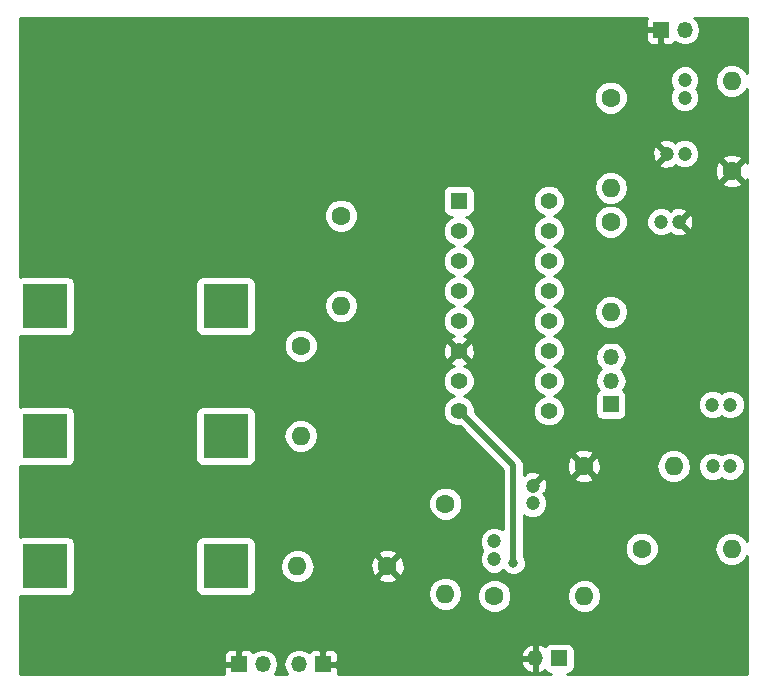
<source format=gbl>
G04 #@! TF.GenerationSoftware,KiCad,Pcbnew,(5.0.2)-1*
G04 #@! TF.CreationDate,2019-03-08T12:48:47+01:00*
G04 #@! TF.ProjectId,ECG_final,4543475f-6669-46e6-916c-2e6b69636164,rev?*
G04 #@! TF.SameCoordinates,Original*
G04 #@! TF.FileFunction,Copper,L2,Bot*
G04 #@! TF.FilePolarity,Positive*
%FSLAX46Y46*%
G04 Gerber Fmt 4.6, Leading zero omitted, Abs format (unit mm)*
G04 Created by KiCad (PCBNEW (5.0.2)-1) date 08/03/2019 12:48:47*
%MOMM*%
%LPD*%
G01*
G04 APERTURE LIST*
G04 #@! TA.AperFunction,ComponentPad*
%ADD10R,1.350000X1.350000*%
G04 #@! TD*
G04 #@! TA.AperFunction,ComponentPad*
%ADD11O,1.350000X1.350000*%
G04 #@! TD*
G04 #@! TA.AperFunction,ComponentPad*
%ADD12C,1.200000*%
G04 #@! TD*
G04 #@! TA.AperFunction,ComponentPad*
%ADD13R,3.810000X3.810000*%
G04 #@! TD*
G04 #@! TA.AperFunction,ComponentPad*
%ADD14O,1.600000X1.600000*%
G04 #@! TD*
G04 #@! TA.AperFunction,ComponentPad*
%ADD15C,1.600000*%
G04 #@! TD*
G04 #@! TA.AperFunction,ComponentPad*
%ADD16R,1.397000X1.397000*%
G04 #@! TD*
G04 #@! TA.AperFunction,ComponentPad*
%ADD17C,1.397000*%
G04 #@! TD*
G04 #@! TA.AperFunction,ViaPad*
%ADD18C,0.800000*%
G04 #@! TD*
G04 #@! TA.AperFunction,Conductor*
%ADD19C,0.500000*%
G04 #@! TD*
G04 #@! TA.AperFunction,Conductor*
%ADD20C,0.254000*%
G04 #@! TD*
G04 APERTURE END LIST*
D10*
G04 #@! TO.P,J7,1*
G04 #@! TO.N,/-IN_B*
X156370000Y-95970000D03*
D11*
G04 #@! TO.P,J7,2*
G04 #@! TO.N,GND*
X154370000Y-95970000D03*
G04 #@! TD*
D12*
G04 #@! TO.P,C1,1*
G04 #@! TO.N,Net-(C1-Pad1)*
X165000000Y-59000000D03*
G04 #@! TO.P,C1,2*
G04 #@! TO.N,GND*
X166500000Y-59000000D03*
G04 #@! TD*
G04 #@! TO.P,C2,1*
G04 #@! TO.N,/OUT_SIMPLE*
X167000000Y-47000000D03*
G04 #@! TO.P,C2,2*
G04 #@! TO.N,Net-(C2-Pad2)*
X167000000Y-48500000D03*
G04 #@! TD*
G04 #@! TO.P,C3,2*
G04 #@! TO.N,GND*
X165500000Y-53250000D03*
G04 #@! TO.P,C3,1*
G04 #@! TO.N,Net-(C2-Pad2)*
X167000000Y-53250000D03*
G04 #@! TD*
G04 #@! TO.P,C4,2*
G04 #@! TO.N,/FILTRO_COMPLEJO*
X169360000Y-74490000D03*
G04 #@! TO.P,C4,1*
G04 #@! TO.N,Net-(C4-Pad1)*
X170860000Y-74490000D03*
G04 #@! TD*
G04 #@! TO.P,C5,1*
G04 #@! TO.N,Net-(C5-Pad1)*
X150880000Y-87550000D03*
G04 #@! TO.P,C5,2*
G04 #@! TO.N,/-IN_B*
X150880000Y-86050000D03*
G04 #@! TD*
G04 #@! TO.P,C6,1*
G04 #@! TO.N,/+IN_A*
X169363089Y-79694660D03*
G04 #@! TO.P,C6,2*
G04 #@! TO.N,Net-(C4-Pad1)*
X170863089Y-79694660D03*
G04 #@! TD*
G04 #@! TO.P,C7,2*
G04 #@! TO.N,GND*
X154130000Y-81330000D03*
G04 #@! TO.P,C7,1*
G04 #@! TO.N,/+IN_B*
X154130000Y-82830000D03*
G04 #@! TD*
D13*
G04 #@! TO.P,J1,1*
G04 #@! TO.N,/L1*
X112840000Y-77160000D03*
G04 #@! TO.P,J1,2*
X128130800Y-77160000D03*
G04 #@! TD*
G04 #@! TO.P,J4,2*
G04 #@! TO.N,/L2*
X128130800Y-66160000D03*
G04 #@! TO.P,J4,1*
X112840000Y-66160000D03*
G04 #@! TD*
G04 #@! TO.P,J5,1*
G04 #@! TO.N,/L3*
X112840000Y-88160000D03*
G04 #@! TO.P,J5,2*
X128130800Y-88160000D03*
G04 #@! TD*
D14*
G04 #@! TO.P,R1,2*
G04 #@! TO.N,/L3*
X134220000Y-88160000D03*
D15*
G04 #@! TO.P,R1,1*
G04 #@! TO.N,GND*
X141840000Y-88160000D03*
G04 #@! TD*
D14*
G04 #@! TO.P,R2,2*
G04 #@! TO.N,/L1*
X134500000Y-77120000D03*
D15*
G04 #@! TO.P,R2,1*
G04 #@! TO.N,Net-(R2-Pad1)*
X134500000Y-69500000D03*
G04 #@! TD*
G04 #@! TO.P,R3,1*
G04 #@! TO.N,Net-(R3-Pad1)*
X137900000Y-58500000D03*
D14*
G04 #@! TO.P,R3,2*
G04 #@! TO.N,/L2*
X137900000Y-66120000D03*
G04 #@! TD*
D15*
G04 #@! TO.P,R4,1*
G04 #@! TO.N,Net-(C1-Pad1)*
X160750000Y-59000000D03*
D14*
G04 #@! TO.P,R4,2*
G04 #@! TO.N,/filtro_simple*
X160750000Y-66620000D03*
G04 #@! TD*
G04 #@! TO.P,R5,2*
G04 #@! TO.N,Net-(C1-Pad1)*
X160750000Y-56120000D03*
D15*
G04 #@! TO.P,R5,1*
G04 #@! TO.N,Net-(C2-Pad2)*
X160750000Y-48500000D03*
G04 #@! TD*
G04 #@! TO.P,R6,1*
G04 #@! TO.N,GND*
X171000000Y-54700000D03*
D14*
G04 #@! TO.P,R6,2*
G04 #@! TO.N,/OUT_SIMPLE*
X171000000Y-47080000D03*
G04 #@! TD*
D15*
G04 #@! TO.P,R7,1*
G04 #@! TO.N,Net-(C5-Pad1)*
X150880000Y-90680000D03*
D14*
G04 #@! TO.P,R7,2*
G04 #@! TO.N,/-IN_A*
X158500000Y-90680000D03*
G04 #@! TD*
G04 #@! TO.P,R8,2*
G04 #@! TO.N,Net-(C5-Pad1)*
X146730000Y-90490000D03*
D15*
G04 #@! TO.P,R8,1*
G04 #@! TO.N,/+IN_B*
X146730000Y-82870000D03*
G04 #@! TD*
G04 #@! TO.P,R9,1*
G04 #@! TO.N,/-IN_A*
X163363089Y-86694660D03*
D14*
G04 #@! TO.P,R9,2*
G04 #@! TO.N,Net-(C4-Pad1)*
X170983089Y-86694660D03*
G04 #@! TD*
G04 #@! TO.P,R10,2*
G04 #@! TO.N,/+IN_A*
X166070000Y-79700000D03*
D15*
G04 #@! TO.P,R10,1*
G04 #@! TO.N,GND*
X158450000Y-79700000D03*
G04 #@! TD*
D16*
G04 #@! TO.P,U1,1*
G04 #@! TO.N,Net-(R3-Pad1)*
X147880000Y-57220000D03*
D17*
G04 #@! TO.P,U1,2*
G04 #@! TO.N,Net-(R2-Pad1)*
X147880000Y-59760000D03*
G04 #@! TO.P,U1,3*
G04 #@! TO.N,Net-(U1-Pad11)*
X147880000Y-62300000D03*
G04 #@! TO.P,U1,4*
G04 #@! TO.N,Net-(U1-Pad4)*
X147880000Y-64840000D03*
G04 #@! TO.P,U1,5*
G04 #@! TO.N,Net-(U1-Pad5)*
X147880000Y-67380000D03*
G04 #@! TO.P,U1,6*
G04 #@! TO.N,GND*
X147880000Y-69920000D03*
G04 #@! TO.P,U1,7*
G04 #@! TO.N,/-9V*
X147880000Y-72460000D03*
G04 #@! TO.P,U1,8*
G04 #@! TO.N,/+9V*
X147880000Y-75000000D03*
G04 #@! TO.P,U1,9*
G04 #@! TO.N,Net-(JP1-Pad2)*
X155500000Y-75000000D03*
G04 #@! TO.P,U1,10*
X155500000Y-72460000D03*
G04 #@! TO.P,U1,11*
G04 #@! TO.N,Net-(U1-Pad11)*
X155500000Y-69920000D03*
G04 #@! TO.P,U1,12*
G04 #@! TO.N,Net-(U1-Pad12)*
X155500000Y-67380000D03*
G04 #@! TO.P,U1,13*
G04 #@! TO.N,Net-(U1-Pad11)*
X155500000Y-64840000D03*
G04 #@! TO.P,U1,14*
G04 #@! TO.N,Net-(U1-Pad14)*
X155500000Y-62300000D03*
G04 #@! TO.P,U1,15*
G04 #@! TO.N,Net-(U1-Pad15)*
X155500000Y-59760000D03*
G04 #@! TO.P,U1,16*
G04 #@! TO.N,Net-(U1-Pad12)*
X155500000Y-57220000D03*
G04 #@! TD*
D11*
G04 #@! TO.P,J2,2*
G04 #@! TO.N,/+9V*
X134370000Y-96465000D03*
D10*
G04 #@! TO.P,J2,1*
G04 #@! TO.N,GND*
X136370000Y-96465000D03*
G04 #@! TD*
D11*
G04 #@! TO.P,J3,2*
G04 #@! TO.N,/OUT_SIMPLE*
X167000000Y-42750000D03*
D10*
G04 #@! TO.P,J3,1*
G04 #@! TO.N,GND*
X165000000Y-42750000D03*
G04 #@! TD*
G04 #@! TO.P,J6,1*
G04 #@! TO.N,GND*
X129270000Y-96465000D03*
D11*
G04 #@! TO.P,J6,2*
G04 #@! TO.N,/-9V*
X131270000Y-96465000D03*
G04 #@! TD*
D10*
G04 #@! TO.P,JP1,1*
G04 #@! TO.N,/FILTRO_COMPLEJO*
X160750000Y-74450000D03*
D11*
G04 #@! TO.P,JP1,2*
G04 #@! TO.N,Net-(JP1-Pad2)*
X160750000Y-72450000D03*
G04 #@! TO.P,JP1,3*
G04 #@! TO.N,/filtro_simple*
X160750000Y-70450000D03*
G04 #@! TD*
D18*
G04 #@! TO.N,/+9V*
X152500000Y-87900000D03*
G04 #@! TD*
D19*
G04 #@! TO.N,/+9V*
X152500000Y-79620000D02*
X147880000Y-75000000D01*
X152500000Y-87900000D02*
X152500000Y-79620000D01*
G04 #@! TD*
D20*
G04 #@! TO.N,GND*
G36*
X163786673Y-41715302D02*
X163690000Y-41948691D01*
X163690000Y-42464250D01*
X163848750Y-42623000D01*
X164873000Y-42623000D01*
X164873000Y-42603000D01*
X165127000Y-42603000D01*
X165127000Y-42623000D01*
X165147000Y-42623000D01*
X165147000Y-42877000D01*
X165127000Y-42877000D01*
X165127000Y-43901250D01*
X165285750Y-44060000D01*
X165801310Y-44060000D01*
X166034699Y-43963327D01*
X166204223Y-43793802D01*
X166488864Y-43983993D01*
X166870978Y-44060000D01*
X167129022Y-44060000D01*
X167511136Y-43983993D01*
X167944457Y-43694457D01*
X168233993Y-43261136D01*
X168335664Y-42750000D01*
X168233993Y-42238864D01*
X167944457Y-41805543D01*
X167801467Y-41710000D01*
X172290001Y-41710000D01*
X172290001Y-46427692D01*
X172034577Y-46045423D01*
X171559909Y-45728260D01*
X171141333Y-45645000D01*
X170858667Y-45645000D01*
X170440091Y-45728260D01*
X169965423Y-46045423D01*
X169648260Y-46520091D01*
X169536887Y-47080000D01*
X169648260Y-47639909D01*
X169965423Y-48114577D01*
X170440091Y-48431740D01*
X170858667Y-48515000D01*
X171141333Y-48515000D01*
X171559909Y-48431740D01*
X172034577Y-48114577D01*
X172290001Y-47732308D01*
X172290001Y-54033237D01*
X172253864Y-53945995D01*
X172007745Y-53871861D01*
X171179605Y-54700000D01*
X172007745Y-55528139D01*
X172253864Y-55454005D01*
X172290001Y-55353469D01*
X172290000Y-86067660D01*
X172017666Y-85660083D01*
X171542998Y-85342920D01*
X171124422Y-85259660D01*
X170841756Y-85259660D01*
X170423180Y-85342920D01*
X169948512Y-85660083D01*
X169631349Y-86134751D01*
X169519976Y-86694660D01*
X169631349Y-87254569D01*
X169948512Y-87729237D01*
X170423180Y-88046400D01*
X170841756Y-88129660D01*
X171124422Y-88129660D01*
X171542998Y-88046400D01*
X172017666Y-87729237D01*
X172290000Y-87321660D01*
X172290000Y-97290000D01*
X157057267Y-97290000D01*
X157292765Y-97243157D01*
X157502809Y-97102809D01*
X157643157Y-96892765D01*
X157692440Y-96645000D01*
X157692440Y-95295000D01*
X157643157Y-95047235D01*
X157502809Y-94837191D01*
X157292765Y-94696843D01*
X157045000Y-94647560D01*
X155695000Y-94647560D01*
X155447235Y-94696843D01*
X155237191Y-94837191D01*
X155159856Y-94952930D01*
X155033633Y-94840522D01*
X154699400Y-94702090D01*
X154497000Y-94825776D01*
X154497000Y-95843000D01*
X154517000Y-95843000D01*
X154517000Y-96097000D01*
X154497000Y-96097000D01*
X154497000Y-97114224D01*
X154699400Y-97237910D01*
X155033633Y-97099478D01*
X155159856Y-96987070D01*
X155237191Y-97102809D01*
X155447235Y-97243157D01*
X155682733Y-97290000D01*
X137670187Y-97290000D01*
X137680000Y-97266309D01*
X137680000Y-96750750D01*
X137521250Y-96592000D01*
X136497000Y-96592000D01*
X136497000Y-96612000D01*
X136243000Y-96612000D01*
X136243000Y-96592000D01*
X136223000Y-96592000D01*
X136223000Y-96338000D01*
X136243000Y-96338000D01*
X136243000Y-95313750D01*
X136497000Y-95313750D01*
X136497000Y-96338000D01*
X137521250Y-96338000D01*
X137559848Y-96299402D01*
X153102080Y-96299402D01*
X153324651Y-96759540D01*
X153706367Y-97099478D01*
X154040600Y-97237910D01*
X154243000Y-97114224D01*
X154243000Y-96097000D01*
X153224910Y-96097000D01*
X153102080Y-96299402D01*
X137559848Y-96299402D01*
X137680000Y-96179250D01*
X137680000Y-95663691D01*
X137670435Y-95640598D01*
X153102080Y-95640598D01*
X153224910Y-95843000D01*
X154243000Y-95843000D01*
X154243000Y-94825776D01*
X154040600Y-94702090D01*
X153706367Y-94840522D01*
X153324651Y-95180460D01*
X153102080Y-95640598D01*
X137670435Y-95640598D01*
X137583327Y-95430302D01*
X137404699Y-95251673D01*
X137171310Y-95155000D01*
X136655750Y-95155000D01*
X136497000Y-95313750D01*
X136243000Y-95313750D01*
X136084250Y-95155000D01*
X135568690Y-95155000D01*
X135335301Y-95251673D01*
X135165777Y-95421198D01*
X134881136Y-95231007D01*
X134499022Y-95155000D01*
X134240978Y-95155000D01*
X133858864Y-95231007D01*
X133425543Y-95520543D01*
X133136007Y-95953864D01*
X133034336Y-96465000D01*
X133136007Y-96976136D01*
X133345724Y-97290000D01*
X132294276Y-97290000D01*
X132503993Y-96976136D01*
X132605664Y-96465000D01*
X132503993Y-95953864D01*
X132214457Y-95520543D01*
X131781136Y-95231007D01*
X131399022Y-95155000D01*
X131140978Y-95155000D01*
X130758864Y-95231007D01*
X130474223Y-95421198D01*
X130304699Y-95251673D01*
X130071310Y-95155000D01*
X129555750Y-95155000D01*
X129397000Y-95313750D01*
X129397000Y-96338000D01*
X129417000Y-96338000D01*
X129417000Y-96592000D01*
X129397000Y-96592000D01*
X129397000Y-96612000D01*
X129143000Y-96612000D01*
X129143000Y-96592000D01*
X128118750Y-96592000D01*
X127960000Y-96750750D01*
X127960000Y-97266309D01*
X127969813Y-97290000D01*
X110710000Y-97290000D01*
X110710000Y-95663691D01*
X127960000Y-95663691D01*
X127960000Y-96179250D01*
X128118750Y-96338000D01*
X129143000Y-96338000D01*
X129143000Y-95313750D01*
X128984250Y-95155000D01*
X128468690Y-95155000D01*
X128235301Y-95251673D01*
X128056673Y-95430302D01*
X127960000Y-95663691D01*
X110710000Y-95663691D01*
X110710000Y-90667685D01*
X110935000Y-90712440D01*
X114745000Y-90712440D01*
X114992765Y-90663157D01*
X115202809Y-90522809D01*
X115343157Y-90312765D01*
X115392440Y-90065000D01*
X115392440Y-86255000D01*
X125578360Y-86255000D01*
X125578360Y-90065000D01*
X125627643Y-90312765D01*
X125767991Y-90522809D01*
X125978035Y-90663157D01*
X126225800Y-90712440D01*
X130035800Y-90712440D01*
X130283565Y-90663157D01*
X130493609Y-90522809D01*
X130515531Y-90490000D01*
X145266887Y-90490000D01*
X145378260Y-91049909D01*
X145695423Y-91524577D01*
X146170091Y-91841740D01*
X146588667Y-91925000D01*
X146871333Y-91925000D01*
X147289909Y-91841740D01*
X147764577Y-91524577D01*
X148081740Y-91049909D01*
X148193113Y-90490000D01*
X148174129Y-90394561D01*
X149445000Y-90394561D01*
X149445000Y-90965439D01*
X149663466Y-91492862D01*
X150067138Y-91896534D01*
X150594561Y-92115000D01*
X151165439Y-92115000D01*
X151692862Y-91896534D01*
X152096534Y-91492862D01*
X152315000Y-90965439D01*
X152315000Y-90680000D01*
X157036887Y-90680000D01*
X157148260Y-91239909D01*
X157465423Y-91714577D01*
X157940091Y-92031740D01*
X158358667Y-92115000D01*
X158641333Y-92115000D01*
X159059909Y-92031740D01*
X159534577Y-91714577D01*
X159851740Y-91239909D01*
X159963113Y-90680000D01*
X159851740Y-90120091D01*
X159534577Y-89645423D01*
X159059909Y-89328260D01*
X158641333Y-89245000D01*
X158358667Y-89245000D01*
X157940091Y-89328260D01*
X157465423Y-89645423D01*
X157148260Y-90120091D01*
X157036887Y-90680000D01*
X152315000Y-90680000D01*
X152315000Y-90394561D01*
X152096534Y-89867138D01*
X151692862Y-89463466D01*
X151165439Y-89245000D01*
X150594561Y-89245000D01*
X150067138Y-89463466D01*
X149663466Y-89867138D01*
X149445000Y-90394561D01*
X148174129Y-90394561D01*
X148081740Y-89930091D01*
X147764577Y-89455423D01*
X147289909Y-89138260D01*
X146871333Y-89055000D01*
X146588667Y-89055000D01*
X146170091Y-89138260D01*
X145695423Y-89455423D01*
X145378260Y-89930091D01*
X145266887Y-90490000D01*
X130515531Y-90490000D01*
X130633957Y-90312765D01*
X130683240Y-90065000D01*
X130683240Y-88160000D01*
X132756887Y-88160000D01*
X132868260Y-88719909D01*
X133185423Y-89194577D01*
X133660091Y-89511740D01*
X134078667Y-89595000D01*
X134361333Y-89595000D01*
X134779909Y-89511740D01*
X135254577Y-89194577D01*
X135272505Y-89167745D01*
X141011861Y-89167745D01*
X141085995Y-89413864D01*
X141623223Y-89606965D01*
X142193454Y-89579778D01*
X142594005Y-89413864D01*
X142668139Y-89167745D01*
X141840000Y-88339605D01*
X141011861Y-89167745D01*
X135272505Y-89167745D01*
X135571740Y-88719909D01*
X135683113Y-88160000D01*
X135639994Y-87943223D01*
X140393035Y-87943223D01*
X140420222Y-88513454D01*
X140586136Y-88914005D01*
X140832255Y-88988139D01*
X141660395Y-88160000D01*
X142019605Y-88160000D01*
X142847745Y-88988139D01*
X143093864Y-88914005D01*
X143286965Y-88376777D01*
X143259778Y-87806546D01*
X143093864Y-87405995D01*
X142847745Y-87331861D01*
X142019605Y-88160000D01*
X141660395Y-88160000D01*
X140832255Y-87331861D01*
X140586136Y-87405995D01*
X140393035Y-87943223D01*
X135639994Y-87943223D01*
X135571740Y-87600091D01*
X135272506Y-87152255D01*
X141011861Y-87152255D01*
X141840000Y-87980395D01*
X142668139Y-87152255D01*
X142594005Y-86906136D01*
X142056777Y-86713035D01*
X141486546Y-86740222D01*
X141085995Y-86906136D01*
X141011861Y-87152255D01*
X135272506Y-87152255D01*
X135254577Y-87125423D01*
X134779909Y-86808260D01*
X134361333Y-86725000D01*
X134078667Y-86725000D01*
X133660091Y-86808260D01*
X133185423Y-87125423D01*
X132868260Y-87600091D01*
X132756887Y-88160000D01*
X130683240Y-88160000D01*
X130683240Y-86255000D01*
X130633957Y-86007235D01*
X130493609Y-85797191D01*
X130283565Y-85656843D01*
X130035800Y-85607560D01*
X126225800Y-85607560D01*
X125978035Y-85656843D01*
X125767991Y-85797191D01*
X125627643Y-86007235D01*
X125578360Y-86255000D01*
X115392440Y-86255000D01*
X115343157Y-86007235D01*
X115202809Y-85797191D01*
X114992765Y-85656843D01*
X114745000Y-85607560D01*
X110935000Y-85607560D01*
X110710000Y-85652315D01*
X110710000Y-82584561D01*
X145295000Y-82584561D01*
X145295000Y-83155439D01*
X145513466Y-83682862D01*
X145917138Y-84086534D01*
X146444561Y-84305000D01*
X147015439Y-84305000D01*
X147542862Y-84086534D01*
X147946534Y-83682862D01*
X148165000Y-83155439D01*
X148165000Y-82584561D01*
X147946534Y-82057138D01*
X147542862Y-81653466D01*
X147015439Y-81435000D01*
X146444561Y-81435000D01*
X145917138Y-81653466D01*
X145513466Y-82057138D01*
X145295000Y-82584561D01*
X110710000Y-82584561D01*
X110710000Y-79667685D01*
X110935000Y-79712440D01*
X114745000Y-79712440D01*
X114992765Y-79663157D01*
X115202809Y-79522809D01*
X115343157Y-79312765D01*
X115392440Y-79065000D01*
X115392440Y-75255000D01*
X125578360Y-75255000D01*
X125578360Y-79065000D01*
X125627643Y-79312765D01*
X125767991Y-79522809D01*
X125978035Y-79663157D01*
X126225800Y-79712440D01*
X130035800Y-79712440D01*
X130283565Y-79663157D01*
X130493609Y-79522809D01*
X130633957Y-79312765D01*
X130683240Y-79065000D01*
X130683240Y-77120000D01*
X133036887Y-77120000D01*
X133148260Y-77679909D01*
X133465423Y-78154577D01*
X133940091Y-78471740D01*
X134358667Y-78555000D01*
X134641333Y-78555000D01*
X135059909Y-78471740D01*
X135534577Y-78154577D01*
X135851740Y-77679909D01*
X135963113Y-77120000D01*
X135851740Y-76560091D01*
X135534577Y-76085423D01*
X135059909Y-75768260D01*
X134641333Y-75685000D01*
X134358667Y-75685000D01*
X133940091Y-75768260D01*
X133465423Y-76085423D01*
X133148260Y-76560091D01*
X133036887Y-77120000D01*
X130683240Y-77120000D01*
X130683240Y-75255000D01*
X130633957Y-75007235D01*
X130493609Y-74797191D01*
X130283565Y-74656843D01*
X130035800Y-74607560D01*
X126225800Y-74607560D01*
X125978035Y-74656843D01*
X125767991Y-74797191D01*
X125627643Y-75007235D01*
X125578360Y-75255000D01*
X115392440Y-75255000D01*
X115343157Y-75007235D01*
X115202809Y-74797191D01*
X114992765Y-74656843D01*
X114745000Y-74607560D01*
X110935000Y-74607560D01*
X110710000Y-74652315D01*
X110710000Y-72194750D01*
X146546500Y-72194750D01*
X146546500Y-72725250D01*
X146749513Y-73215367D01*
X147124633Y-73590487D01*
X147461447Y-73730000D01*
X147124633Y-73869513D01*
X146749513Y-74244633D01*
X146546500Y-74734750D01*
X146546500Y-75265250D01*
X146749513Y-75755367D01*
X147124633Y-76130487D01*
X147614750Y-76333500D01*
X147961922Y-76333500D01*
X151615001Y-79986580D01*
X151615000Y-85038447D01*
X151579571Y-85003018D01*
X151125657Y-84815000D01*
X150634343Y-84815000D01*
X150180429Y-85003018D01*
X149833018Y-85350429D01*
X149645000Y-85804343D01*
X149645000Y-86295657D01*
X149833018Y-86749571D01*
X149883447Y-86800000D01*
X149833018Y-86850429D01*
X149645000Y-87304343D01*
X149645000Y-87795657D01*
X149833018Y-88249571D01*
X150180429Y-88596982D01*
X150634343Y-88785000D01*
X151125657Y-88785000D01*
X151579571Y-88596982D01*
X151656421Y-88520132D01*
X151913720Y-88777431D01*
X152294126Y-88935000D01*
X152705874Y-88935000D01*
X153086280Y-88777431D01*
X153377431Y-88486280D01*
X153535000Y-88105874D01*
X153535000Y-87694126D01*
X153385000Y-87331993D01*
X153385000Y-86409221D01*
X161928089Y-86409221D01*
X161928089Y-86980099D01*
X162146555Y-87507522D01*
X162550227Y-87911194D01*
X163077650Y-88129660D01*
X163648528Y-88129660D01*
X164175951Y-87911194D01*
X164579623Y-87507522D01*
X164798089Y-86980099D01*
X164798089Y-86409221D01*
X164579623Y-85881798D01*
X164175951Y-85478126D01*
X163648528Y-85259660D01*
X163077650Y-85259660D01*
X162550227Y-85478126D01*
X162146555Y-85881798D01*
X161928089Y-86409221D01*
X153385000Y-86409221D01*
X153385000Y-83831553D01*
X153430429Y-83876982D01*
X153884343Y-84065000D01*
X154375657Y-84065000D01*
X154829571Y-83876982D01*
X155176982Y-83529571D01*
X155365000Y-83075657D01*
X155365000Y-82584343D01*
X155176982Y-82130429D01*
X155047627Y-82001074D01*
X155218164Y-81963617D01*
X155377807Y-81498964D01*
X155347482Y-81008587D01*
X155222871Y-80707745D01*
X157621861Y-80707745D01*
X157695995Y-80953864D01*
X158233223Y-81146965D01*
X158803454Y-81119778D01*
X159204005Y-80953864D01*
X159278139Y-80707745D01*
X158450000Y-79879605D01*
X157621861Y-80707745D01*
X155222871Y-80707745D01*
X155218164Y-80696383D01*
X154992735Y-80646870D01*
X154309605Y-81330000D01*
X154323748Y-81344143D01*
X154144143Y-81523748D01*
X154130000Y-81509605D01*
X154115858Y-81523748D01*
X153936253Y-81344143D01*
X153950395Y-81330000D01*
X153936253Y-81315858D01*
X154115858Y-81136253D01*
X154130000Y-81150395D01*
X154813130Y-80467265D01*
X154763617Y-80241836D01*
X154298964Y-80082193D01*
X153808587Y-80112518D01*
X153496383Y-80241836D01*
X153446871Y-80467263D01*
X153385000Y-80405392D01*
X153385000Y-79707161D01*
X153402337Y-79620000D01*
X153385000Y-79532839D01*
X153385000Y-79532835D01*
X153375132Y-79483223D01*
X157003035Y-79483223D01*
X157030222Y-80053454D01*
X157196136Y-80454005D01*
X157442255Y-80528139D01*
X158270395Y-79700000D01*
X158629605Y-79700000D01*
X159457745Y-80528139D01*
X159703864Y-80454005D01*
X159896965Y-79916777D01*
X159886630Y-79700000D01*
X164606887Y-79700000D01*
X164718260Y-80259909D01*
X165035423Y-80734577D01*
X165510091Y-81051740D01*
X165928667Y-81135000D01*
X166211333Y-81135000D01*
X166629909Y-81051740D01*
X167104577Y-80734577D01*
X167421740Y-80259909D01*
X167533113Y-79700000D01*
X167483187Y-79449003D01*
X168128089Y-79449003D01*
X168128089Y-79940317D01*
X168316107Y-80394231D01*
X168663518Y-80741642D01*
X169117432Y-80929660D01*
X169608746Y-80929660D01*
X170062660Y-80741642D01*
X170113089Y-80691213D01*
X170163518Y-80741642D01*
X170617432Y-80929660D01*
X171108746Y-80929660D01*
X171562660Y-80741642D01*
X171910071Y-80394231D01*
X172098089Y-79940317D01*
X172098089Y-79449003D01*
X171910071Y-78995089D01*
X171562660Y-78647678D01*
X171108746Y-78459660D01*
X170617432Y-78459660D01*
X170163518Y-78647678D01*
X170113089Y-78698107D01*
X170062660Y-78647678D01*
X169608746Y-78459660D01*
X169117432Y-78459660D01*
X168663518Y-78647678D01*
X168316107Y-78995089D01*
X168128089Y-79449003D01*
X167483187Y-79449003D01*
X167421740Y-79140091D01*
X167104577Y-78665423D01*
X166629909Y-78348260D01*
X166211333Y-78265000D01*
X165928667Y-78265000D01*
X165510091Y-78348260D01*
X165035423Y-78665423D01*
X164718260Y-79140091D01*
X164606887Y-79700000D01*
X159886630Y-79700000D01*
X159869778Y-79346546D01*
X159703864Y-78945995D01*
X159457745Y-78871861D01*
X158629605Y-79700000D01*
X158270395Y-79700000D01*
X157442255Y-78871861D01*
X157196136Y-78945995D01*
X157003035Y-79483223D01*
X153375132Y-79483223D01*
X153333652Y-79274690D01*
X153187424Y-79055845D01*
X153187423Y-79055844D01*
X153138049Y-78981951D01*
X153064156Y-78932577D01*
X152823834Y-78692255D01*
X157621861Y-78692255D01*
X158450000Y-79520395D01*
X159278139Y-78692255D01*
X159204005Y-78446136D01*
X158666777Y-78253035D01*
X158096546Y-78280222D01*
X157695995Y-78446136D01*
X157621861Y-78692255D01*
X152823834Y-78692255D01*
X149213500Y-75081922D01*
X149213500Y-74734750D01*
X149010487Y-74244633D01*
X148635367Y-73869513D01*
X148298553Y-73730000D01*
X148635367Y-73590487D01*
X149010487Y-73215367D01*
X149213500Y-72725250D01*
X149213500Y-72194750D01*
X149010487Y-71704633D01*
X148635367Y-71329513D01*
X148314789Y-71196725D01*
X148572929Y-71089800D01*
X148634583Y-70854188D01*
X147880000Y-70099605D01*
X147125417Y-70854188D01*
X147187071Y-71089800D01*
X147466184Y-71188038D01*
X147124633Y-71329513D01*
X146749513Y-71704633D01*
X146546500Y-72194750D01*
X110710000Y-72194750D01*
X110710000Y-69214561D01*
X133065000Y-69214561D01*
X133065000Y-69785439D01*
X133283466Y-70312862D01*
X133687138Y-70716534D01*
X134214561Y-70935000D01*
X134785439Y-70935000D01*
X135312862Y-70716534D01*
X135716534Y-70312862D01*
X135935000Y-69785439D01*
X135935000Y-69727480D01*
X146534073Y-69727480D01*
X146562852Y-70257199D01*
X146710200Y-70612929D01*
X146945812Y-70674583D01*
X147700395Y-69920000D01*
X148059605Y-69920000D01*
X148814188Y-70674583D01*
X149049800Y-70612929D01*
X149225927Y-70112520D01*
X149197148Y-69582801D01*
X149049800Y-69227071D01*
X148814188Y-69165417D01*
X148059605Y-69920000D01*
X147700395Y-69920000D01*
X146945812Y-69165417D01*
X146710200Y-69227071D01*
X146534073Y-69727480D01*
X135935000Y-69727480D01*
X135935000Y-69214561D01*
X135716534Y-68687138D01*
X135312862Y-68283466D01*
X134785439Y-68065000D01*
X134214561Y-68065000D01*
X133687138Y-68283466D01*
X133283466Y-68687138D01*
X133065000Y-69214561D01*
X110710000Y-69214561D01*
X110710000Y-68667685D01*
X110935000Y-68712440D01*
X114745000Y-68712440D01*
X114992765Y-68663157D01*
X115202809Y-68522809D01*
X115343157Y-68312765D01*
X115392440Y-68065000D01*
X115392440Y-64255000D01*
X125578360Y-64255000D01*
X125578360Y-68065000D01*
X125627643Y-68312765D01*
X125767991Y-68522809D01*
X125978035Y-68663157D01*
X126225800Y-68712440D01*
X130035800Y-68712440D01*
X130283565Y-68663157D01*
X130493609Y-68522809D01*
X130633957Y-68312765D01*
X130683240Y-68065000D01*
X130683240Y-66120000D01*
X136436887Y-66120000D01*
X136548260Y-66679909D01*
X136865423Y-67154577D01*
X137340091Y-67471740D01*
X137758667Y-67555000D01*
X138041333Y-67555000D01*
X138459909Y-67471740D01*
X138934577Y-67154577D01*
X139251740Y-66679909D01*
X139363113Y-66120000D01*
X139251740Y-65560091D01*
X138934577Y-65085423D01*
X138459909Y-64768260D01*
X138041333Y-64685000D01*
X137758667Y-64685000D01*
X137340091Y-64768260D01*
X136865423Y-65085423D01*
X136548260Y-65560091D01*
X136436887Y-66120000D01*
X130683240Y-66120000D01*
X130683240Y-64255000D01*
X130633957Y-64007235D01*
X130493609Y-63797191D01*
X130283565Y-63656843D01*
X130035800Y-63607560D01*
X126225800Y-63607560D01*
X125978035Y-63656843D01*
X125767991Y-63797191D01*
X125627643Y-64007235D01*
X125578360Y-64255000D01*
X115392440Y-64255000D01*
X115343157Y-64007235D01*
X115202809Y-63797191D01*
X114992765Y-63656843D01*
X114745000Y-63607560D01*
X110935000Y-63607560D01*
X110710000Y-63652315D01*
X110710000Y-58214561D01*
X136465000Y-58214561D01*
X136465000Y-58785439D01*
X136683466Y-59312862D01*
X137087138Y-59716534D01*
X137614561Y-59935000D01*
X138185439Y-59935000D01*
X138712862Y-59716534D01*
X139116534Y-59312862D01*
X139335000Y-58785439D01*
X139335000Y-58214561D01*
X139116534Y-57687138D01*
X138712862Y-57283466D01*
X138185439Y-57065000D01*
X137614561Y-57065000D01*
X137087138Y-57283466D01*
X136683466Y-57687138D01*
X136465000Y-58214561D01*
X110710000Y-58214561D01*
X110710000Y-56521500D01*
X146534060Y-56521500D01*
X146534060Y-57918500D01*
X146583343Y-58166265D01*
X146723691Y-58376309D01*
X146933735Y-58516657D01*
X147181500Y-58565940D01*
X147278112Y-58565940D01*
X147124633Y-58629513D01*
X146749513Y-59004633D01*
X146546500Y-59494750D01*
X146546500Y-60025250D01*
X146749513Y-60515367D01*
X147124633Y-60890487D01*
X147461447Y-61030000D01*
X147124633Y-61169513D01*
X146749513Y-61544633D01*
X146546500Y-62034750D01*
X146546500Y-62565250D01*
X146749513Y-63055367D01*
X147124633Y-63430487D01*
X147461447Y-63570000D01*
X147124633Y-63709513D01*
X146749513Y-64084633D01*
X146546500Y-64574750D01*
X146546500Y-65105250D01*
X146749513Y-65595367D01*
X147124633Y-65970487D01*
X147461447Y-66110000D01*
X147124633Y-66249513D01*
X146749513Y-66624633D01*
X146546500Y-67114750D01*
X146546500Y-67645250D01*
X146749513Y-68135367D01*
X147124633Y-68510487D01*
X147445211Y-68643275D01*
X147187071Y-68750200D01*
X147125417Y-68985812D01*
X147880000Y-69740395D01*
X148634583Y-68985812D01*
X148572929Y-68750200D01*
X148293816Y-68651962D01*
X148635367Y-68510487D01*
X149010487Y-68135367D01*
X149213500Y-67645250D01*
X149213500Y-67114750D01*
X149010487Y-66624633D01*
X148635367Y-66249513D01*
X148298553Y-66110000D01*
X148635367Y-65970487D01*
X149010487Y-65595367D01*
X149213500Y-65105250D01*
X149213500Y-64574750D01*
X149010487Y-64084633D01*
X148635367Y-63709513D01*
X148298553Y-63570000D01*
X148635367Y-63430487D01*
X149010487Y-63055367D01*
X149213500Y-62565250D01*
X149213500Y-62034750D01*
X149010487Y-61544633D01*
X148635367Y-61169513D01*
X148298553Y-61030000D01*
X148635367Y-60890487D01*
X149010487Y-60515367D01*
X149213500Y-60025250D01*
X149213500Y-59494750D01*
X149010487Y-59004633D01*
X148635367Y-58629513D01*
X148481888Y-58565940D01*
X148578500Y-58565940D01*
X148826265Y-58516657D01*
X149036309Y-58376309D01*
X149176657Y-58166265D01*
X149225940Y-57918500D01*
X149225940Y-56954750D01*
X154166500Y-56954750D01*
X154166500Y-57485250D01*
X154369513Y-57975367D01*
X154744633Y-58350487D01*
X155081447Y-58490000D01*
X154744633Y-58629513D01*
X154369513Y-59004633D01*
X154166500Y-59494750D01*
X154166500Y-60025250D01*
X154369513Y-60515367D01*
X154744633Y-60890487D01*
X155081447Y-61030000D01*
X154744633Y-61169513D01*
X154369513Y-61544633D01*
X154166500Y-62034750D01*
X154166500Y-62565250D01*
X154369513Y-63055367D01*
X154744633Y-63430487D01*
X155081447Y-63570000D01*
X154744633Y-63709513D01*
X154369513Y-64084633D01*
X154166500Y-64574750D01*
X154166500Y-65105250D01*
X154369513Y-65595367D01*
X154744633Y-65970487D01*
X155081447Y-66110000D01*
X154744633Y-66249513D01*
X154369513Y-66624633D01*
X154166500Y-67114750D01*
X154166500Y-67645250D01*
X154369513Y-68135367D01*
X154744633Y-68510487D01*
X155081447Y-68650000D01*
X154744633Y-68789513D01*
X154369513Y-69164633D01*
X154166500Y-69654750D01*
X154166500Y-70185250D01*
X154369513Y-70675367D01*
X154744633Y-71050487D01*
X155081447Y-71190000D01*
X154744633Y-71329513D01*
X154369513Y-71704633D01*
X154166500Y-72194750D01*
X154166500Y-72725250D01*
X154369513Y-73215367D01*
X154744633Y-73590487D01*
X155081447Y-73730000D01*
X154744633Y-73869513D01*
X154369513Y-74244633D01*
X154166500Y-74734750D01*
X154166500Y-75265250D01*
X154369513Y-75755367D01*
X154744633Y-76130487D01*
X155234750Y-76333500D01*
X155765250Y-76333500D01*
X156255367Y-76130487D01*
X156630487Y-75755367D01*
X156833500Y-75265250D01*
X156833500Y-74734750D01*
X156630487Y-74244633D01*
X156255367Y-73869513D01*
X155918553Y-73730000D01*
X156255367Y-73590487D01*
X156630487Y-73215367D01*
X156833500Y-72725250D01*
X156833500Y-72194750D01*
X156630487Y-71704633D01*
X156255367Y-71329513D01*
X155918553Y-71190000D01*
X156255367Y-71050487D01*
X156630487Y-70675367D01*
X156723837Y-70450000D01*
X159414336Y-70450000D01*
X159516007Y-70961136D01*
X159805543Y-71394457D01*
X159888669Y-71450000D01*
X159805543Y-71505543D01*
X159516007Y-71938864D01*
X159414336Y-72450000D01*
X159516007Y-72961136D01*
X159711714Y-73254032D01*
X159617191Y-73317191D01*
X159476843Y-73527235D01*
X159427560Y-73775000D01*
X159427560Y-75125000D01*
X159476843Y-75372765D01*
X159617191Y-75582809D01*
X159827235Y-75723157D01*
X160075000Y-75772440D01*
X161425000Y-75772440D01*
X161672765Y-75723157D01*
X161882809Y-75582809D01*
X162023157Y-75372765D01*
X162072440Y-75125000D01*
X162072440Y-74244343D01*
X168125000Y-74244343D01*
X168125000Y-74735657D01*
X168313018Y-75189571D01*
X168660429Y-75536982D01*
X169114343Y-75725000D01*
X169605657Y-75725000D01*
X170059571Y-75536982D01*
X170110000Y-75486553D01*
X170160429Y-75536982D01*
X170614343Y-75725000D01*
X171105657Y-75725000D01*
X171559571Y-75536982D01*
X171906982Y-75189571D01*
X172095000Y-74735657D01*
X172095000Y-74244343D01*
X171906982Y-73790429D01*
X171559571Y-73443018D01*
X171105657Y-73255000D01*
X170614343Y-73255000D01*
X170160429Y-73443018D01*
X170110000Y-73493447D01*
X170059571Y-73443018D01*
X169605657Y-73255000D01*
X169114343Y-73255000D01*
X168660429Y-73443018D01*
X168313018Y-73790429D01*
X168125000Y-74244343D01*
X162072440Y-74244343D01*
X162072440Y-73775000D01*
X162023157Y-73527235D01*
X161882809Y-73317191D01*
X161788286Y-73254032D01*
X161983993Y-72961136D01*
X162085664Y-72450000D01*
X161983993Y-71938864D01*
X161694457Y-71505543D01*
X161611331Y-71450000D01*
X161694457Y-71394457D01*
X161983993Y-70961136D01*
X162085664Y-70450000D01*
X161983993Y-69938864D01*
X161694457Y-69505543D01*
X161261136Y-69216007D01*
X160879022Y-69140000D01*
X160620978Y-69140000D01*
X160238864Y-69216007D01*
X159805543Y-69505543D01*
X159516007Y-69938864D01*
X159414336Y-70450000D01*
X156723837Y-70450000D01*
X156833500Y-70185250D01*
X156833500Y-69654750D01*
X156630487Y-69164633D01*
X156255367Y-68789513D01*
X155918553Y-68650000D01*
X156255367Y-68510487D01*
X156630487Y-68135367D01*
X156833500Y-67645250D01*
X156833500Y-67114750D01*
X156630487Y-66624633D01*
X156625854Y-66620000D01*
X159286887Y-66620000D01*
X159398260Y-67179909D01*
X159715423Y-67654577D01*
X160190091Y-67971740D01*
X160608667Y-68055000D01*
X160891333Y-68055000D01*
X161309909Y-67971740D01*
X161784577Y-67654577D01*
X162101740Y-67179909D01*
X162213113Y-66620000D01*
X162101740Y-66060091D01*
X161784577Y-65585423D01*
X161309909Y-65268260D01*
X160891333Y-65185000D01*
X160608667Y-65185000D01*
X160190091Y-65268260D01*
X159715423Y-65585423D01*
X159398260Y-66060091D01*
X159286887Y-66620000D01*
X156625854Y-66620000D01*
X156255367Y-66249513D01*
X155918553Y-66110000D01*
X156255367Y-65970487D01*
X156630487Y-65595367D01*
X156833500Y-65105250D01*
X156833500Y-64574750D01*
X156630487Y-64084633D01*
X156255367Y-63709513D01*
X155918553Y-63570000D01*
X156255367Y-63430487D01*
X156630487Y-63055367D01*
X156833500Y-62565250D01*
X156833500Y-62034750D01*
X156630487Y-61544633D01*
X156255367Y-61169513D01*
X155918553Y-61030000D01*
X156255367Y-60890487D01*
X156630487Y-60515367D01*
X156833500Y-60025250D01*
X156833500Y-59494750D01*
X156630487Y-59004633D01*
X156340415Y-58714561D01*
X159315000Y-58714561D01*
X159315000Y-59285439D01*
X159533466Y-59812862D01*
X159937138Y-60216534D01*
X160464561Y-60435000D01*
X161035439Y-60435000D01*
X161562862Y-60216534D01*
X161966534Y-59812862D01*
X162185000Y-59285439D01*
X162185000Y-58754343D01*
X163765000Y-58754343D01*
X163765000Y-59245657D01*
X163953018Y-59699571D01*
X164300429Y-60046982D01*
X164754343Y-60235000D01*
X165245657Y-60235000D01*
X165699571Y-60046982D01*
X165828926Y-59917627D01*
X165866383Y-60088164D01*
X166331036Y-60247807D01*
X166821413Y-60217482D01*
X167133617Y-60088164D01*
X167183130Y-59862735D01*
X166500000Y-59179605D01*
X166485858Y-59193748D01*
X166306253Y-59014143D01*
X166320395Y-59000000D01*
X166679605Y-59000000D01*
X167362735Y-59683130D01*
X167588164Y-59633617D01*
X167747807Y-59168964D01*
X167717482Y-58678587D01*
X167588164Y-58366383D01*
X167362735Y-58316870D01*
X166679605Y-59000000D01*
X166320395Y-59000000D01*
X166306253Y-58985858D01*
X166485858Y-58806253D01*
X166500000Y-58820395D01*
X167183130Y-58137265D01*
X167133617Y-57911836D01*
X166668964Y-57752193D01*
X166178587Y-57782518D01*
X165866383Y-57911836D01*
X165828926Y-58082373D01*
X165699571Y-57953018D01*
X165245657Y-57765000D01*
X164754343Y-57765000D01*
X164300429Y-57953018D01*
X163953018Y-58300429D01*
X163765000Y-58754343D01*
X162185000Y-58754343D01*
X162185000Y-58714561D01*
X161966534Y-58187138D01*
X161562862Y-57783466D01*
X161035439Y-57565000D01*
X160464561Y-57565000D01*
X159937138Y-57783466D01*
X159533466Y-58187138D01*
X159315000Y-58714561D01*
X156340415Y-58714561D01*
X156255367Y-58629513D01*
X155918553Y-58490000D01*
X156255367Y-58350487D01*
X156630487Y-57975367D01*
X156833500Y-57485250D01*
X156833500Y-56954750D01*
X156630487Y-56464633D01*
X156285854Y-56120000D01*
X159286887Y-56120000D01*
X159398260Y-56679909D01*
X159715423Y-57154577D01*
X160190091Y-57471740D01*
X160608667Y-57555000D01*
X160891333Y-57555000D01*
X161309909Y-57471740D01*
X161784577Y-57154577D01*
X162101740Y-56679909D01*
X162213113Y-56120000D01*
X162131111Y-55707745D01*
X170171861Y-55707745D01*
X170245995Y-55953864D01*
X170783223Y-56146965D01*
X171353454Y-56119778D01*
X171754005Y-55953864D01*
X171828139Y-55707745D01*
X171000000Y-54879605D01*
X170171861Y-55707745D01*
X162131111Y-55707745D01*
X162101740Y-55560091D01*
X161784577Y-55085423D01*
X161309909Y-54768260D01*
X160891333Y-54685000D01*
X160608667Y-54685000D01*
X160190091Y-54768260D01*
X159715423Y-55085423D01*
X159398260Y-55560091D01*
X159286887Y-56120000D01*
X156285854Y-56120000D01*
X156255367Y-56089513D01*
X155765250Y-55886500D01*
X155234750Y-55886500D01*
X154744633Y-56089513D01*
X154369513Y-56464633D01*
X154166500Y-56954750D01*
X149225940Y-56954750D01*
X149225940Y-56521500D01*
X149176657Y-56273735D01*
X149036309Y-56063691D01*
X148826265Y-55923343D01*
X148578500Y-55874060D01*
X147181500Y-55874060D01*
X146933735Y-55923343D01*
X146723691Y-56063691D01*
X146583343Y-56273735D01*
X146534060Y-56521500D01*
X110710000Y-56521500D01*
X110710000Y-53081036D01*
X164252193Y-53081036D01*
X164282518Y-53571413D01*
X164411836Y-53883617D01*
X164637265Y-53933130D01*
X165320395Y-53250000D01*
X164637265Y-52566870D01*
X164411836Y-52616383D01*
X164252193Y-53081036D01*
X110710000Y-53081036D01*
X110710000Y-52387265D01*
X164816870Y-52387265D01*
X165500000Y-53070395D01*
X165514143Y-53056253D01*
X165693748Y-53235858D01*
X165679605Y-53250000D01*
X165693748Y-53264143D01*
X165514143Y-53443748D01*
X165500000Y-53429605D01*
X164816870Y-54112735D01*
X164866383Y-54338164D01*
X165331036Y-54497807D01*
X165821413Y-54467482D01*
X166133617Y-54338164D01*
X166171074Y-54167627D01*
X166300429Y-54296982D01*
X166754343Y-54485000D01*
X167245657Y-54485000D01*
X167249947Y-54483223D01*
X169553035Y-54483223D01*
X169580222Y-55053454D01*
X169746136Y-55454005D01*
X169992255Y-55528139D01*
X170820395Y-54700000D01*
X169992255Y-53871861D01*
X169746136Y-53945995D01*
X169553035Y-54483223D01*
X167249947Y-54483223D01*
X167699571Y-54296982D01*
X168046982Y-53949571D01*
X168153566Y-53692255D01*
X170171861Y-53692255D01*
X171000000Y-54520395D01*
X171828139Y-53692255D01*
X171754005Y-53446136D01*
X171216777Y-53253035D01*
X170646546Y-53280222D01*
X170245995Y-53446136D01*
X170171861Y-53692255D01*
X168153566Y-53692255D01*
X168235000Y-53495657D01*
X168235000Y-53004343D01*
X168046982Y-52550429D01*
X167699571Y-52203018D01*
X167245657Y-52015000D01*
X166754343Y-52015000D01*
X166300429Y-52203018D01*
X166171074Y-52332373D01*
X166133617Y-52161836D01*
X165668964Y-52002193D01*
X165178587Y-52032518D01*
X164866383Y-52161836D01*
X164816870Y-52387265D01*
X110710000Y-52387265D01*
X110710000Y-48214561D01*
X159315000Y-48214561D01*
X159315000Y-48785439D01*
X159533466Y-49312862D01*
X159937138Y-49716534D01*
X160464561Y-49935000D01*
X161035439Y-49935000D01*
X161562862Y-49716534D01*
X161966534Y-49312862D01*
X162185000Y-48785439D01*
X162185000Y-48214561D01*
X161966534Y-47687138D01*
X161562862Y-47283466D01*
X161035439Y-47065000D01*
X160464561Y-47065000D01*
X159937138Y-47283466D01*
X159533466Y-47687138D01*
X159315000Y-48214561D01*
X110710000Y-48214561D01*
X110710000Y-46754343D01*
X165765000Y-46754343D01*
X165765000Y-47245657D01*
X165953018Y-47699571D01*
X166003447Y-47750000D01*
X165953018Y-47800429D01*
X165765000Y-48254343D01*
X165765000Y-48745657D01*
X165953018Y-49199571D01*
X166300429Y-49546982D01*
X166754343Y-49735000D01*
X167245657Y-49735000D01*
X167699571Y-49546982D01*
X168046982Y-49199571D01*
X168235000Y-48745657D01*
X168235000Y-48254343D01*
X168046982Y-47800429D01*
X167996553Y-47750000D01*
X168046982Y-47699571D01*
X168235000Y-47245657D01*
X168235000Y-46754343D01*
X168046982Y-46300429D01*
X167699571Y-45953018D01*
X167245657Y-45765000D01*
X166754343Y-45765000D01*
X166300429Y-45953018D01*
X165953018Y-46300429D01*
X165765000Y-46754343D01*
X110710000Y-46754343D01*
X110710000Y-43035750D01*
X163690000Y-43035750D01*
X163690000Y-43551309D01*
X163786673Y-43784698D01*
X163965301Y-43963327D01*
X164198690Y-44060000D01*
X164714250Y-44060000D01*
X164873000Y-43901250D01*
X164873000Y-42877000D01*
X163848750Y-42877000D01*
X163690000Y-43035750D01*
X110710000Y-43035750D01*
X110710000Y-41710000D01*
X163791975Y-41710000D01*
X163786673Y-41715302D01*
X163786673Y-41715302D01*
G37*
X163786673Y-41715302D02*
X163690000Y-41948691D01*
X163690000Y-42464250D01*
X163848750Y-42623000D01*
X164873000Y-42623000D01*
X164873000Y-42603000D01*
X165127000Y-42603000D01*
X165127000Y-42623000D01*
X165147000Y-42623000D01*
X165147000Y-42877000D01*
X165127000Y-42877000D01*
X165127000Y-43901250D01*
X165285750Y-44060000D01*
X165801310Y-44060000D01*
X166034699Y-43963327D01*
X166204223Y-43793802D01*
X166488864Y-43983993D01*
X166870978Y-44060000D01*
X167129022Y-44060000D01*
X167511136Y-43983993D01*
X167944457Y-43694457D01*
X168233993Y-43261136D01*
X168335664Y-42750000D01*
X168233993Y-42238864D01*
X167944457Y-41805543D01*
X167801467Y-41710000D01*
X172290001Y-41710000D01*
X172290001Y-46427692D01*
X172034577Y-46045423D01*
X171559909Y-45728260D01*
X171141333Y-45645000D01*
X170858667Y-45645000D01*
X170440091Y-45728260D01*
X169965423Y-46045423D01*
X169648260Y-46520091D01*
X169536887Y-47080000D01*
X169648260Y-47639909D01*
X169965423Y-48114577D01*
X170440091Y-48431740D01*
X170858667Y-48515000D01*
X171141333Y-48515000D01*
X171559909Y-48431740D01*
X172034577Y-48114577D01*
X172290001Y-47732308D01*
X172290001Y-54033237D01*
X172253864Y-53945995D01*
X172007745Y-53871861D01*
X171179605Y-54700000D01*
X172007745Y-55528139D01*
X172253864Y-55454005D01*
X172290001Y-55353469D01*
X172290000Y-86067660D01*
X172017666Y-85660083D01*
X171542998Y-85342920D01*
X171124422Y-85259660D01*
X170841756Y-85259660D01*
X170423180Y-85342920D01*
X169948512Y-85660083D01*
X169631349Y-86134751D01*
X169519976Y-86694660D01*
X169631349Y-87254569D01*
X169948512Y-87729237D01*
X170423180Y-88046400D01*
X170841756Y-88129660D01*
X171124422Y-88129660D01*
X171542998Y-88046400D01*
X172017666Y-87729237D01*
X172290000Y-87321660D01*
X172290000Y-97290000D01*
X157057267Y-97290000D01*
X157292765Y-97243157D01*
X157502809Y-97102809D01*
X157643157Y-96892765D01*
X157692440Y-96645000D01*
X157692440Y-95295000D01*
X157643157Y-95047235D01*
X157502809Y-94837191D01*
X157292765Y-94696843D01*
X157045000Y-94647560D01*
X155695000Y-94647560D01*
X155447235Y-94696843D01*
X155237191Y-94837191D01*
X155159856Y-94952930D01*
X155033633Y-94840522D01*
X154699400Y-94702090D01*
X154497000Y-94825776D01*
X154497000Y-95843000D01*
X154517000Y-95843000D01*
X154517000Y-96097000D01*
X154497000Y-96097000D01*
X154497000Y-97114224D01*
X154699400Y-97237910D01*
X155033633Y-97099478D01*
X155159856Y-96987070D01*
X155237191Y-97102809D01*
X155447235Y-97243157D01*
X155682733Y-97290000D01*
X137670187Y-97290000D01*
X137680000Y-97266309D01*
X137680000Y-96750750D01*
X137521250Y-96592000D01*
X136497000Y-96592000D01*
X136497000Y-96612000D01*
X136243000Y-96612000D01*
X136243000Y-96592000D01*
X136223000Y-96592000D01*
X136223000Y-96338000D01*
X136243000Y-96338000D01*
X136243000Y-95313750D01*
X136497000Y-95313750D01*
X136497000Y-96338000D01*
X137521250Y-96338000D01*
X137559848Y-96299402D01*
X153102080Y-96299402D01*
X153324651Y-96759540D01*
X153706367Y-97099478D01*
X154040600Y-97237910D01*
X154243000Y-97114224D01*
X154243000Y-96097000D01*
X153224910Y-96097000D01*
X153102080Y-96299402D01*
X137559848Y-96299402D01*
X137680000Y-96179250D01*
X137680000Y-95663691D01*
X137670435Y-95640598D01*
X153102080Y-95640598D01*
X153224910Y-95843000D01*
X154243000Y-95843000D01*
X154243000Y-94825776D01*
X154040600Y-94702090D01*
X153706367Y-94840522D01*
X153324651Y-95180460D01*
X153102080Y-95640598D01*
X137670435Y-95640598D01*
X137583327Y-95430302D01*
X137404699Y-95251673D01*
X137171310Y-95155000D01*
X136655750Y-95155000D01*
X136497000Y-95313750D01*
X136243000Y-95313750D01*
X136084250Y-95155000D01*
X135568690Y-95155000D01*
X135335301Y-95251673D01*
X135165777Y-95421198D01*
X134881136Y-95231007D01*
X134499022Y-95155000D01*
X134240978Y-95155000D01*
X133858864Y-95231007D01*
X133425543Y-95520543D01*
X133136007Y-95953864D01*
X133034336Y-96465000D01*
X133136007Y-96976136D01*
X133345724Y-97290000D01*
X132294276Y-97290000D01*
X132503993Y-96976136D01*
X132605664Y-96465000D01*
X132503993Y-95953864D01*
X132214457Y-95520543D01*
X131781136Y-95231007D01*
X131399022Y-95155000D01*
X131140978Y-95155000D01*
X130758864Y-95231007D01*
X130474223Y-95421198D01*
X130304699Y-95251673D01*
X130071310Y-95155000D01*
X129555750Y-95155000D01*
X129397000Y-95313750D01*
X129397000Y-96338000D01*
X129417000Y-96338000D01*
X129417000Y-96592000D01*
X129397000Y-96592000D01*
X129397000Y-96612000D01*
X129143000Y-96612000D01*
X129143000Y-96592000D01*
X128118750Y-96592000D01*
X127960000Y-96750750D01*
X127960000Y-97266309D01*
X127969813Y-97290000D01*
X110710000Y-97290000D01*
X110710000Y-95663691D01*
X127960000Y-95663691D01*
X127960000Y-96179250D01*
X128118750Y-96338000D01*
X129143000Y-96338000D01*
X129143000Y-95313750D01*
X128984250Y-95155000D01*
X128468690Y-95155000D01*
X128235301Y-95251673D01*
X128056673Y-95430302D01*
X127960000Y-95663691D01*
X110710000Y-95663691D01*
X110710000Y-90667685D01*
X110935000Y-90712440D01*
X114745000Y-90712440D01*
X114992765Y-90663157D01*
X115202809Y-90522809D01*
X115343157Y-90312765D01*
X115392440Y-90065000D01*
X115392440Y-86255000D01*
X125578360Y-86255000D01*
X125578360Y-90065000D01*
X125627643Y-90312765D01*
X125767991Y-90522809D01*
X125978035Y-90663157D01*
X126225800Y-90712440D01*
X130035800Y-90712440D01*
X130283565Y-90663157D01*
X130493609Y-90522809D01*
X130515531Y-90490000D01*
X145266887Y-90490000D01*
X145378260Y-91049909D01*
X145695423Y-91524577D01*
X146170091Y-91841740D01*
X146588667Y-91925000D01*
X146871333Y-91925000D01*
X147289909Y-91841740D01*
X147764577Y-91524577D01*
X148081740Y-91049909D01*
X148193113Y-90490000D01*
X148174129Y-90394561D01*
X149445000Y-90394561D01*
X149445000Y-90965439D01*
X149663466Y-91492862D01*
X150067138Y-91896534D01*
X150594561Y-92115000D01*
X151165439Y-92115000D01*
X151692862Y-91896534D01*
X152096534Y-91492862D01*
X152315000Y-90965439D01*
X152315000Y-90680000D01*
X157036887Y-90680000D01*
X157148260Y-91239909D01*
X157465423Y-91714577D01*
X157940091Y-92031740D01*
X158358667Y-92115000D01*
X158641333Y-92115000D01*
X159059909Y-92031740D01*
X159534577Y-91714577D01*
X159851740Y-91239909D01*
X159963113Y-90680000D01*
X159851740Y-90120091D01*
X159534577Y-89645423D01*
X159059909Y-89328260D01*
X158641333Y-89245000D01*
X158358667Y-89245000D01*
X157940091Y-89328260D01*
X157465423Y-89645423D01*
X157148260Y-90120091D01*
X157036887Y-90680000D01*
X152315000Y-90680000D01*
X152315000Y-90394561D01*
X152096534Y-89867138D01*
X151692862Y-89463466D01*
X151165439Y-89245000D01*
X150594561Y-89245000D01*
X150067138Y-89463466D01*
X149663466Y-89867138D01*
X149445000Y-90394561D01*
X148174129Y-90394561D01*
X148081740Y-89930091D01*
X147764577Y-89455423D01*
X147289909Y-89138260D01*
X146871333Y-89055000D01*
X146588667Y-89055000D01*
X146170091Y-89138260D01*
X145695423Y-89455423D01*
X145378260Y-89930091D01*
X145266887Y-90490000D01*
X130515531Y-90490000D01*
X130633957Y-90312765D01*
X130683240Y-90065000D01*
X130683240Y-88160000D01*
X132756887Y-88160000D01*
X132868260Y-88719909D01*
X133185423Y-89194577D01*
X133660091Y-89511740D01*
X134078667Y-89595000D01*
X134361333Y-89595000D01*
X134779909Y-89511740D01*
X135254577Y-89194577D01*
X135272505Y-89167745D01*
X141011861Y-89167745D01*
X141085995Y-89413864D01*
X141623223Y-89606965D01*
X142193454Y-89579778D01*
X142594005Y-89413864D01*
X142668139Y-89167745D01*
X141840000Y-88339605D01*
X141011861Y-89167745D01*
X135272505Y-89167745D01*
X135571740Y-88719909D01*
X135683113Y-88160000D01*
X135639994Y-87943223D01*
X140393035Y-87943223D01*
X140420222Y-88513454D01*
X140586136Y-88914005D01*
X140832255Y-88988139D01*
X141660395Y-88160000D01*
X142019605Y-88160000D01*
X142847745Y-88988139D01*
X143093864Y-88914005D01*
X143286965Y-88376777D01*
X143259778Y-87806546D01*
X143093864Y-87405995D01*
X142847745Y-87331861D01*
X142019605Y-88160000D01*
X141660395Y-88160000D01*
X140832255Y-87331861D01*
X140586136Y-87405995D01*
X140393035Y-87943223D01*
X135639994Y-87943223D01*
X135571740Y-87600091D01*
X135272506Y-87152255D01*
X141011861Y-87152255D01*
X141840000Y-87980395D01*
X142668139Y-87152255D01*
X142594005Y-86906136D01*
X142056777Y-86713035D01*
X141486546Y-86740222D01*
X141085995Y-86906136D01*
X141011861Y-87152255D01*
X135272506Y-87152255D01*
X135254577Y-87125423D01*
X134779909Y-86808260D01*
X134361333Y-86725000D01*
X134078667Y-86725000D01*
X133660091Y-86808260D01*
X133185423Y-87125423D01*
X132868260Y-87600091D01*
X132756887Y-88160000D01*
X130683240Y-88160000D01*
X130683240Y-86255000D01*
X130633957Y-86007235D01*
X130493609Y-85797191D01*
X130283565Y-85656843D01*
X130035800Y-85607560D01*
X126225800Y-85607560D01*
X125978035Y-85656843D01*
X125767991Y-85797191D01*
X125627643Y-86007235D01*
X125578360Y-86255000D01*
X115392440Y-86255000D01*
X115343157Y-86007235D01*
X115202809Y-85797191D01*
X114992765Y-85656843D01*
X114745000Y-85607560D01*
X110935000Y-85607560D01*
X110710000Y-85652315D01*
X110710000Y-82584561D01*
X145295000Y-82584561D01*
X145295000Y-83155439D01*
X145513466Y-83682862D01*
X145917138Y-84086534D01*
X146444561Y-84305000D01*
X147015439Y-84305000D01*
X147542862Y-84086534D01*
X147946534Y-83682862D01*
X148165000Y-83155439D01*
X148165000Y-82584561D01*
X147946534Y-82057138D01*
X147542862Y-81653466D01*
X147015439Y-81435000D01*
X146444561Y-81435000D01*
X145917138Y-81653466D01*
X145513466Y-82057138D01*
X145295000Y-82584561D01*
X110710000Y-82584561D01*
X110710000Y-79667685D01*
X110935000Y-79712440D01*
X114745000Y-79712440D01*
X114992765Y-79663157D01*
X115202809Y-79522809D01*
X115343157Y-79312765D01*
X115392440Y-79065000D01*
X115392440Y-75255000D01*
X125578360Y-75255000D01*
X125578360Y-79065000D01*
X125627643Y-79312765D01*
X125767991Y-79522809D01*
X125978035Y-79663157D01*
X126225800Y-79712440D01*
X130035800Y-79712440D01*
X130283565Y-79663157D01*
X130493609Y-79522809D01*
X130633957Y-79312765D01*
X130683240Y-79065000D01*
X130683240Y-77120000D01*
X133036887Y-77120000D01*
X133148260Y-77679909D01*
X133465423Y-78154577D01*
X133940091Y-78471740D01*
X134358667Y-78555000D01*
X134641333Y-78555000D01*
X135059909Y-78471740D01*
X135534577Y-78154577D01*
X135851740Y-77679909D01*
X135963113Y-77120000D01*
X135851740Y-76560091D01*
X135534577Y-76085423D01*
X135059909Y-75768260D01*
X134641333Y-75685000D01*
X134358667Y-75685000D01*
X133940091Y-75768260D01*
X133465423Y-76085423D01*
X133148260Y-76560091D01*
X133036887Y-77120000D01*
X130683240Y-77120000D01*
X130683240Y-75255000D01*
X130633957Y-75007235D01*
X130493609Y-74797191D01*
X130283565Y-74656843D01*
X130035800Y-74607560D01*
X126225800Y-74607560D01*
X125978035Y-74656843D01*
X125767991Y-74797191D01*
X125627643Y-75007235D01*
X125578360Y-75255000D01*
X115392440Y-75255000D01*
X115343157Y-75007235D01*
X115202809Y-74797191D01*
X114992765Y-74656843D01*
X114745000Y-74607560D01*
X110935000Y-74607560D01*
X110710000Y-74652315D01*
X110710000Y-72194750D01*
X146546500Y-72194750D01*
X146546500Y-72725250D01*
X146749513Y-73215367D01*
X147124633Y-73590487D01*
X147461447Y-73730000D01*
X147124633Y-73869513D01*
X146749513Y-74244633D01*
X146546500Y-74734750D01*
X146546500Y-75265250D01*
X146749513Y-75755367D01*
X147124633Y-76130487D01*
X147614750Y-76333500D01*
X147961922Y-76333500D01*
X151615001Y-79986580D01*
X151615000Y-85038447D01*
X151579571Y-85003018D01*
X151125657Y-84815000D01*
X150634343Y-84815000D01*
X150180429Y-85003018D01*
X149833018Y-85350429D01*
X149645000Y-85804343D01*
X149645000Y-86295657D01*
X149833018Y-86749571D01*
X149883447Y-86800000D01*
X149833018Y-86850429D01*
X149645000Y-87304343D01*
X149645000Y-87795657D01*
X149833018Y-88249571D01*
X150180429Y-88596982D01*
X150634343Y-88785000D01*
X151125657Y-88785000D01*
X151579571Y-88596982D01*
X151656421Y-88520132D01*
X151913720Y-88777431D01*
X152294126Y-88935000D01*
X152705874Y-88935000D01*
X153086280Y-88777431D01*
X153377431Y-88486280D01*
X153535000Y-88105874D01*
X153535000Y-87694126D01*
X153385000Y-87331993D01*
X153385000Y-86409221D01*
X161928089Y-86409221D01*
X161928089Y-86980099D01*
X162146555Y-87507522D01*
X162550227Y-87911194D01*
X163077650Y-88129660D01*
X163648528Y-88129660D01*
X164175951Y-87911194D01*
X164579623Y-87507522D01*
X164798089Y-86980099D01*
X164798089Y-86409221D01*
X164579623Y-85881798D01*
X164175951Y-85478126D01*
X163648528Y-85259660D01*
X163077650Y-85259660D01*
X162550227Y-85478126D01*
X162146555Y-85881798D01*
X161928089Y-86409221D01*
X153385000Y-86409221D01*
X153385000Y-83831553D01*
X153430429Y-83876982D01*
X153884343Y-84065000D01*
X154375657Y-84065000D01*
X154829571Y-83876982D01*
X155176982Y-83529571D01*
X155365000Y-83075657D01*
X155365000Y-82584343D01*
X155176982Y-82130429D01*
X155047627Y-82001074D01*
X155218164Y-81963617D01*
X155377807Y-81498964D01*
X155347482Y-81008587D01*
X155222871Y-80707745D01*
X157621861Y-80707745D01*
X157695995Y-80953864D01*
X158233223Y-81146965D01*
X158803454Y-81119778D01*
X159204005Y-80953864D01*
X159278139Y-80707745D01*
X158450000Y-79879605D01*
X157621861Y-80707745D01*
X155222871Y-80707745D01*
X155218164Y-80696383D01*
X154992735Y-80646870D01*
X154309605Y-81330000D01*
X154323748Y-81344143D01*
X154144143Y-81523748D01*
X154130000Y-81509605D01*
X154115858Y-81523748D01*
X153936253Y-81344143D01*
X153950395Y-81330000D01*
X153936253Y-81315858D01*
X154115858Y-81136253D01*
X154130000Y-81150395D01*
X154813130Y-80467265D01*
X154763617Y-80241836D01*
X154298964Y-80082193D01*
X153808587Y-80112518D01*
X153496383Y-80241836D01*
X153446871Y-80467263D01*
X153385000Y-80405392D01*
X153385000Y-79707161D01*
X153402337Y-79620000D01*
X153385000Y-79532839D01*
X153385000Y-79532835D01*
X153375132Y-79483223D01*
X157003035Y-79483223D01*
X157030222Y-80053454D01*
X157196136Y-80454005D01*
X157442255Y-80528139D01*
X158270395Y-79700000D01*
X158629605Y-79700000D01*
X159457745Y-80528139D01*
X159703864Y-80454005D01*
X159896965Y-79916777D01*
X159886630Y-79700000D01*
X164606887Y-79700000D01*
X164718260Y-80259909D01*
X165035423Y-80734577D01*
X165510091Y-81051740D01*
X165928667Y-81135000D01*
X166211333Y-81135000D01*
X166629909Y-81051740D01*
X167104577Y-80734577D01*
X167421740Y-80259909D01*
X167533113Y-79700000D01*
X167483187Y-79449003D01*
X168128089Y-79449003D01*
X168128089Y-79940317D01*
X168316107Y-80394231D01*
X168663518Y-80741642D01*
X169117432Y-80929660D01*
X169608746Y-80929660D01*
X170062660Y-80741642D01*
X170113089Y-80691213D01*
X170163518Y-80741642D01*
X170617432Y-80929660D01*
X171108746Y-80929660D01*
X171562660Y-80741642D01*
X171910071Y-80394231D01*
X172098089Y-79940317D01*
X172098089Y-79449003D01*
X171910071Y-78995089D01*
X171562660Y-78647678D01*
X171108746Y-78459660D01*
X170617432Y-78459660D01*
X170163518Y-78647678D01*
X170113089Y-78698107D01*
X170062660Y-78647678D01*
X169608746Y-78459660D01*
X169117432Y-78459660D01*
X168663518Y-78647678D01*
X168316107Y-78995089D01*
X168128089Y-79449003D01*
X167483187Y-79449003D01*
X167421740Y-79140091D01*
X167104577Y-78665423D01*
X166629909Y-78348260D01*
X166211333Y-78265000D01*
X165928667Y-78265000D01*
X165510091Y-78348260D01*
X165035423Y-78665423D01*
X164718260Y-79140091D01*
X164606887Y-79700000D01*
X159886630Y-79700000D01*
X159869778Y-79346546D01*
X159703864Y-78945995D01*
X159457745Y-78871861D01*
X158629605Y-79700000D01*
X158270395Y-79700000D01*
X157442255Y-78871861D01*
X157196136Y-78945995D01*
X157003035Y-79483223D01*
X153375132Y-79483223D01*
X153333652Y-79274690D01*
X153187424Y-79055845D01*
X153187423Y-79055844D01*
X153138049Y-78981951D01*
X153064156Y-78932577D01*
X152823834Y-78692255D01*
X157621861Y-78692255D01*
X158450000Y-79520395D01*
X159278139Y-78692255D01*
X159204005Y-78446136D01*
X158666777Y-78253035D01*
X158096546Y-78280222D01*
X157695995Y-78446136D01*
X157621861Y-78692255D01*
X152823834Y-78692255D01*
X149213500Y-75081922D01*
X149213500Y-74734750D01*
X149010487Y-74244633D01*
X148635367Y-73869513D01*
X148298553Y-73730000D01*
X148635367Y-73590487D01*
X149010487Y-73215367D01*
X149213500Y-72725250D01*
X149213500Y-72194750D01*
X149010487Y-71704633D01*
X148635367Y-71329513D01*
X148314789Y-71196725D01*
X148572929Y-71089800D01*
X148634583Y-70854188D01*
X147880000Y-70099605D01*
X147125417Y-70854188D01*
X147187071Y-71089800D01*
X147466184Y-71188038D01*
X147124633Y-71329513D01*
X146749513Y-71704633D01*
X146546500Y-72194750D01*
X110710000Y-72194750D01*
X110710000Y-69214561D01*
X133065000Y-69214561D01*
X133065000Y-69785439D01*
X133283466Y-70312862D01*
X133687138Y-70716534D01*
X134214561Y-70935000D01*
X134785439Y-70935000D01*
X135312862Y-70716534D01*
X135716534Y-70312862D01*
X135935000Y-69785439D01*
X135935000Y-69727480D01*
X146534073Y-69727480D01*
X146562852Y-70257199D01*
X146710200Y-70612929D01*
X146945812Y-70674583D01*
X147700395Y-69920000D01*
X148059605Y-69920000D01*
X148814188Y-70674583D01*
X149049800Y-70612929D01*
X149225927Y-70112520D01*
X149197148Y-69582801D01*
X149049800Y-69227071D01*
X148814188Y-69165417D01*
X148059605Y-69920000D01*
X147700395Y-69920000D01*
X146945812Y-69165417D01*
X146710200Y-69227071D01*
X146534073Y-69727480D01*
X135935000Y-69727480D01*
X135935000Y-69214561D01*
X135716534Y-68687138D01*
X135312862Y-68283466D01*
X134785439Y-68065000D01*
X134214561Y-68065000D01*
X133687138Y-68283466D01*
X133283466Y-68687138D01*
X133065000Y-69214561D01*
X110710000Y-69214561D01*
X110710000Y-68667685D01*
X110935000Y-68712440D01*
X114745000Y-68712440D01*
X114992765Y-68663157D01*
X115202809Y-68522809D01*
X115343157Y-68312765D01*
X115392440Y-68065000D01*
X115392440Y-64255000D01*
X125578360Y-64255000D01*
X125578360Y-68065000D01*
X125627643Y-68312765D01*
X125767991Y-68522809D01*
X125978035Y-68663157D01*
X126225800Y-68712440D01*
X130035800Y-68712440D01*
X130283565Y-68663157D01*
X130493609Y-68522809D01*
X130633957Y-68312765D01*
X130683240Y-68065000D01*
X130683240Y-66120000D01*
X136436887Y-66120000D01*
X136548260Y-66679909D01*
X136865423Y-67154577D01*
X137340091Y-67471740D01*
X137758667Y-67555000D01*
X138041333Y-67555000D01*
X138459909Y-67471740D01*
X138934577Y-67154577D01*
X139251740Y-66679909D01*
X139363113Y-66120000D01*
X139251740Y-65560091D01*
X138934577Y-65085423D01*
X138459909Y-64768260D01*
X138041333Y-64685000D01*
X137758667Y-64685000D01*
X137340091Y-64768260D01*
X136865423Y-65085423D01*
X136548260Y-65560091D01*
X136436887Y-66120000D01*
X130683240Y-66120000D01*
X130683240Y-64255000D01*
X130633957Y-64007235D01*
X130493609Y-63797191D01*
X130283565Y-63656843D01*
X130035800Y-63607560D01*
X126225800Y-63607560D01*
X125978035Y-63656843D01*
X125767991Y-63797191D01*
X125627643Y-64007235D01*
X125578360Y-64255000D01*
X115392440Y-64255000D01*
X115343157Y-64007235D01*
X115202809Y-63797191D01*
X114992765Y-63656843D01*
X114745000Y-63607560D01*
X110935000Y-63607560D01*
X110710000Y-63652315D01*
X110710000Y-58214561D01*
X136465000Y-58214561D01*
X136465000Y-58785439D01*
X136683466Y-59312862D01*
X137087138Y-59716534D01*
X137614561Y-59935000D01*
X138185439Y-59935000D01*
X138712862Y-59716534D01*
X139116534Y-59312862D01*
X139335000Y-58785439D01*
X139335000Y-58214561D01*
X139116534Y-57687138D01*
X138712862Y-57283466D01*
X138185439Y-57065000D01*
X137614561Y-57065000D01*
X137087138Y-57283466D01*
X136683466Y-57687138D01*
X136465000Y-58214561D01*
X110710000Y-58214561D01*
X110710000Y-56521500D01*
X146534060Y-56521500D01*
X146534060Y-57918500D01*
X146583343Y-58166265D01*
X146723691Y-58376309D01*
X146933735Y-58516657D01*
X147181500Y-58565940D01*
X147278112Y-58565940D01*
X147124633Y-58629513D01*
X146749513Y-59004633D01*
X146546500Y-59494750D01*
X146546500Y-60025250D01*
X146749513Y-60515367D01*
X147124633Y-60890487D01*
X147461447Y-61030000D01*
X147124633Y-61169513D01*
X146749513Y-61544633D01*
X146546500Y-62034750D01*
X146546500Y-62565250D01*
X146749513Y-63055367D01*
X147124633Y-63430487D01*
X147461447Y-63570000D01*
X147124633Y-63709513D01*
X146749513Y-64084633D01*
X146546500Y-64574750D01*
X146546500Y-65105250D01*
X146749513Y-65595367D01*
X147124633Y-65970487D01*
X147461447Y-66110000D01*
X147124633Y-66249513D01*
X146749513Y-66624633D01*
X146546500Y-67114750D01*
X146546500Y-67645250D01*
X146749513Y-68135367D01*
X147124633Y-68510487D01*
X147445211Y-68643275D01*
X147187071Y-68750200D01*
X147125417Y-68985812D01*
X147880000Y-69740395D01*
X148634583Y-68985812D01*
X148572929Y-68750200D01*
X148293816Y-68651962D01*
X148635367Y-68510487D01*
X149010487Y-68135367D01*
X149213500Y-67645250D01*
X149213500Y-67114750D01*
X149010487Y-66624633D01*
X148635367Y-66249513D01*
X148298553Y-66110000D01*
X148635367Y-65970487D01*
X149010487Y-65595367D01*
X149213500Y-65105250D01*
X149213500Y-64574750D01*
X149010487Y-64084633D01*
X148635367Y-63709513D01*
X148298553Y-63570000D01*
X148635367Y-63430487D01*
X149010487Y-63055367D01*
X149213500Y-62565250D01*
X149213500Y-62034750D01*
X149010487Y-61544633D01*
X148635367Y-61169513D01*
X148298553Y-61030000D01*
X148635367Y-60890487D01*
X149010487Y-60515367D01*
X149213500Y-60025250D01*
X149213500Y-59494750D01*
X149010487Y-59004633D01*
X148635367Y-58629513D01*
X148481888Y-58565940D01*
X148578500Y-58565940D01*
X148826265Y-58516657D01*
X149036309Y-58376309D01*
X149176657Y-58166265D01*
X149225940Y-57918500D01*
X149225940Y-56954750D01*
X154166500Y-56954750D01*
X154166500Y-57485250D01*
X154369513Y-57975367D01*
X154744633Y-58350487D01*
X155081447Y-58490000D01*
X154744633Y-58629513D01*
X154369513Y-59004633D01*
X154166500Y-59494750D01*
X154166500Y-60025250D01*
X154369513Y-60515367D01*
X154744633Y-60890487D01*
X155081447Y-61030000D01*
X154744633Y-61169513D01*
X154369513Y-61544633D01*
X154166500Y-62034750D01*
X154166500Y-62565250D01*
X154369513Y-63055367D01*
X154744633Y-63430487D01*
X155081447Y-63570000D01*
X154744633Y-63709513D01*
X154369513Y-64084633D01*
X154166500Y-64574750D01*
X154166500Y-65105250D01*
X154369513Y-65595367D01*
X154744633Y-65970487D01*
X155081447Y-66110000D01*
X154744633Y-66249513D01*
X154369513Y-66624633D01*
X154166500Y-67114750D01*
X154166500Y-67645250D01*
X154369513Y-68135367D01*
X154744633Y-68510487D01*
X155081447Y-68650000D01*
X154744633Y-68789513D01*
X154369513Y-69164633D01*
X154166500Y-69654750D01*
X154166500Y-70185250D01*
X154369513Y-70675367D01*
X154744633Y-71050487D01*
X155081447Y-71190000D01*
X154744633Y-71329513D01*
X154369513Y-71704633D01*
X154166500Y-72194750D01*
X154166500Y-72725250D01*
X154369513Y-73215367D01*
X154744633Y-73590487D01*
X155081447Y-73730000D01*
X154744633Y-73869513D01*
X154369513Y-74244633D01*
X154166500Y-74734750D01*
X154166500Y-75265250D01*
X154369513Y-75755367D01*
X154744633Y-76130487D01*
X155234750Y-76333500D01*
X155765250Y-76333500D01*
X156255367Y-76130487D01*
X156630487Y-75755367D01*
X156833500Y-75265250D01*
X156833500Y-74734750D01*
X156630487Y-74244633D01*
X156255367Y-73869513D01*
X155918553Y-73730000D01*
X156255367Y-73590487D01*
X156630487Y-73215367D01*
X156833500Y-72725250D01*
X156833500Y-72194750D01*
X156630487Y-71704633D01*
X156255367Y-71329513D01*
X155918553Y-71190000D01*
X156255367Y-71050487D01*
X156630487Y-70675367D01*
X156723837Y-70450000D01*
X159414336Y-70450000D01*
X159516007Y-70961136D01*
X159805543Y-71394457D01*
X159888669Y-71450000D01*
X159805543Y-71505543D01*
X159516007Y-71938864D01*
X159414336Y-72450000D01*
X159516007Y-72961136D01*
X159711714Y-73254032D01*
X159617191Y-73317191D01*
X159476843Y-73527235D01*
X159427560Y-73775000D01*
X159427560Y-75125000D01*
X159476843Y-75372765D01*
X159617191Y-75582809D01*
X159827235Y-75723157D01*
X160075000Y-75772440D01*
X161425000Y-75772440D01*
X161672765Y-75723157D01*
X161882809Y-75582809D01*
X162023157Y-75372765D01*
X162072440Y-75125000D01*
X162072440Y-74244343D01*
X168125000Y-74244343D01*
X168125000Y-74735657D01*
X168313018Y-75189571D01*
X168660429Y-75536982D01*
X169114343Y-75725000D01*
X169605657Y-75725000D01*
X170059571Y-75536982D01*
X170110000Y-75486553D01*
X170160429Y-75536982D01*
X170614343Y-75725000D01*
X171105657Y-75725000D01*
X171559571Y-75536982D01*
X171906982Y-75189571D01*
X172095000Y-74735657D01*
X172095000Y-74244343D01*
X171906982Y-73790429D01*
X171559571Y-73443018D01*
X171105657Y-73255000D01*
X170614343Y-73255000D01*
X170160429Y-73443018D01*
X170110000Y-73493447D01*
X170059571Y-73443018D01*
X169605657Y-73255000D01*
X169114343Y-73255000D01*
X168660429Y-73443018D01*
X168313018Y-73790429D01*
X168125000Y-74244343D01*
X162072440Y-74244343D01*
X162072440Y-73775000D01*
X162023157Y-73527235D01*
X161882809Y-73317191D01*
X161788286Y-73254032D01*
X161983993Y-72961136D01*
X162085664Y-72450000D01*
X161983993Y-71938864D01*
X161694457Y-71505543D01*
X161611331Y-71450000D01*
X161694457Y-71394457D01*
X161983993Y-70961136D01*
X162085664Y-70450000D01*
X161983993Y-69938864D01*
X161694457Y-69505543D01*
X161261136Y-69216007D01*
X160879022Y-69140000D01*
X160620978Y-69140000D01*
X160238864Y-69216007D01*
X159805543Y-69505543D01*
X159516007Y-69938864D01*
X159414336Y-70450000D01*
X156723837Y-70450000D01*
X156833500Y-70185250D01*
X156833500Y-69654750D01*
X156630487Y-69164633D01*
X156255367Y-68789513D01*
X155918553Y-68650000D01*
X156255367Y-68510487D01*
X156630487Y-68135367D01*
X156833500Y-67645250D01*
X156833500Y-67114750D01*
X156630487Y-66624633D01*
X156625854Y-66620000D01*
X159286887Y-66620000D01*
X159398260Y-67179909D01*
X159715423Y-67654577D01*
X160190091Y-67971740D01*
X160608667Y-68055000D01*
X160891333Y-68055000D01*
X161309909Y-67971740D01*
X161784577Y-67654577D01*
X162101740Y-67179909D01*
X162213113Y-66620000D01*
X162101740Y-66060091D01*
X161784577Y-65585423D01*
X161309909Y-65268260D01*
X160891333Y-65185000D01*
X160608667Y-65185000D01*
X160190091Y-65268260D01*
X159715423Y-65585423D01*
X159398260Y-66060091D01*
X159286887Y-66620000D01*
X156625854Y-66620000D01*
X156255367Y-66249513D01*
X155918553Y-66110000D01*
X156255367Y-65970487D01*
X156630487Y-65595367D01*
X156833500Y-65105250D01*
X156833500Y-64574750D01*
X156630487Y-64084633D01*
X156255367Y-63709513D01*
X155918553Y-63570000D01*
X156255367Y-63430487D01*
X156630487Y-63055367D01*
X156833500Y-62565250D01*
X156833500Y-62034750D01*
X156630487Y-61544633D01*
X156255367Y-61169513D01*
X155918553Y-61030000D01*
X156255367Y-60890487D01*
X156630487Y-60515367D01*
X156833500Y-60025250D01*
X156833500Y-59494750D01*
X156630487Y-59004633D01*
X156340415Y-58714561D01*
X159315000Y-58714561D01*
X159315000Y-59285439D01*
X159533466Y-59812862D01*
X159937138Y-60216534D01*
X160464561Y-60435000D01*
X161035439Y-60435000D01*
X161562862Y-60216534D01*
X161966534Y-59812862D01*
X162185000Y-59285439D01*
X162185000Y-58754343D01*
X163765000Y-58754343D01*
X163765000Y-59245657D01*
X163953018Y-59699571D01*
X164300429Y-60046982D01*
X164754343Y-60235000D01*
X165245657Y-60235000D01*
X165699571Y-60046982D01*
X165828926Y-59917627D01*
X165866383Y-60088164D01*
X166331036Y-60247807D01*
X166821413Y-60217482D01*
X167133617Y-60088164D01*
X167183130Y-59862735D01*
X166500000Y-59179605D01*
X166485858Y-59193748D01*
X166306253Y-59014143D01*
X166320395Y-59000000D01*
X166679605Y-59000000D01*
X167362735Y-59683130D01*
X167588164Y-59633617D01*
X167747807Y-59168964D01*
X167717482Y-58678587D01*
X167588164Y-58366383D01*
X167362735Y-58316870D01*
X166679605Y-59000000D01*
X166320395Y-59000000D01*
X166306253Y-58985858D01*
X166485858Y-58806253D01*
X166500000Y-58820395D01*
X167183130Y-58137265D01*
X167133617Y-57911836D01*
X166668964Y-57752193D01*
X166178587Y-57782518D01*
X165866383Y-57911836D01*
X165828926Y-58082373D01*
X165699571Y-57953018D01*
X165245657Y-57765000D01*
X164754343Y-57765000D01*
X164300429Y-57953018D01*
X163953018Y-58300429D01*
X163765000Y-58754343D01*
X162185000Y-58754343D01*
X162185000Y-58714561D01*
X161966534Y-58187138D01*
X161562862Y-57783466D01*
X161035439Y-57565000D01*
X160464561Y-57565000D01*
X159937138Y-57783466D01*
X159533466Y-58187138D01*
X159315000Y-58714561D01*
X156340415Y-58714561D01*
X156255367Y-58629513D01*
X155918553Y-58490000D01*
X156255367Y-58350487D01*
X156630487Y-57975367D01*
X156833500Y-57485250D01*
X156833500Y-56954750D01*
X156630487Y-56464633D01*
X156285854Y-56120000D01*
X159286887Y-56120000D01*
X159398260Y-56679909D01*
X159715423Y-57154577D01*
X160190091Y-57471740D01*
X160608667Y-57555000D01*
X160891333Y-57555000D01*
X161309909Y-57471740D01*
X161784577Y-57154577D01*
X162101740Y-56679909D01*
X162213113Y-56120000D01*
X162131111Y-55707745D01*
X170171861Y-55707745D01*
X170245995Y-55953864D01*
X170783223Y-56146965D01*
X171353454Y-56119778D01*
X171754005Y-55953864D01*
X171828139Y-55707745D01*
X171000000Y-54879605D01*
X170171861Y-55707745D01*
X162131111Y-55707745D01*
X162101740Y-55560091D01*
X161784577Y-55085423D01*
X161309909Y-54768260D01*
X160891333Y-54685000D01*
X160608667Y-54685000D01*
X160190091Y-54768260D01*
X159715423Y-55085423D01*
X159398260Y-55560091D01*
X159286887Y-56120000D01*
X156285854Y-56120000D01*
X156255367Y-56089513D01*
X155765250Y-55886500D01*
X155234750Y-55886500D01*
X154744633Y-56089513D01*
X154369513Y-56464633D01*
X154166500Y-56954750D01*
X149225940Y-56954750D01*
X149225940Y-56521500D01*
X149176657Y-56273735D01*
X149036309Y-56063691D01*
X148826265Y-55923343D01*
X148578500Y-55874060D01*
X147181500Y-55874060D01*
X146933735Y-55923343D01*
X146723691Y-56063691D01*
X146583343Y-56273735D01*
X146534060Y-56521500D01*
X110710000Y-56521500D01*
X110710000Y-53081036D01*
X164252193Y-53081036D01*
X164282518Y-53571413D01*
X164411836Y-53883617D01*
X164637265Y-53933130D01*
X165320395Y-53250000D01*
X164637265Y-52566870D01*
X164411836Y-52616383D01*
X164252193Y-53081036D01*
X110710000Y-53081036D01*
X110710000Y-52387265D01*
X164816870Y-52387265D01*
X165500000Y-53070395D01*
X165514143Y-53056253D01*
X165693748Y-53235858D01*
X165679605Y-53250000D01*
X165693748Y-53264143D01*
X165514143Y-53443748D01*
X165500000Y-53429605D01*
X164816870Y-54112735D01*
X164866383Y-54338164D01*
X165331036Y-54497807D01*
X165821413Y-54467482D01*
X166133617Y-54338164D01*
X166171074Y-54167627D01*
X166300429Y-54296982D01*
X166754343Y-54485000D01*
X167245657Y-54485000D01*
X167249947Y-54483223D01*
X169553035Y-54483223D01*
X169580222Y-55053454D01*
X169746136Y-55454005D01*
X169992255Y-55528139D01*
X170820395Y-54700000D01*
X169992255Y-53871861D01*
X169746136Y-53945995D01*
X169553035Y-54483223D01*
X167249947Y-54483223D01*
X167699571Y-54296982D01*
X168046982Y-53949571D01*
X168153566Y-53692255D01*
X170171861Y-53692255D01*
X171000000Y-54520395D01*
X171828139Y-53692255D01*
X171754005Y-53446136D01*
X171216777Y-53253035D01*
X170646546Y-53280222D01*
X170245995Y-53446136D01*
X170171861Y-53692255D01*
X168153566Y-53692255D01*
X168235000Y-53495657D01*
X168235000Y-53004343D01*
X168046982Y-52550429D01*
X167699571Y-52203018D01*
X167245657Y-52015000D01*
X166754343Y-52015000D01*
X166300429Y-52203018D01*
X166171074Y-52332373D01*
X166133617Y-52161836D01*
X165668964Y-52002193D01*
X165178587Y-52032518D01*
X164866383Y-52161836D01*
X164816870Y-52387265D01*
X110710000Y-52387265D01*
X110710000Y-48214561D01*
X159315000Y-48214561D01*
X159315000Y-48785439D01*
X159533466Y-49312862D01*
X159937138Y-49716534D01*
X160464561Y-49935000D01*
X161035439Y-49935000D01*
X161562862Y-49716534D01*
X161966534Y-49312862D01*
X162185000Y-48785439D01*
X162185000Y-48214561D01*
X161966534Y-47687138D01*
X161562862Y-47283466D01*
X161035439Y-47065000D01*
X160464561Y-47065000D01*
X159937138Y-47283466D01*
X159533466Y-47687138D01*
X159315000Y-48214561D01*
X110710000Y-48214561D01*
X110710000Y-46754343D01*
X165765000Y-46754343D01*
X165765000Y-47245657D01*
X165953018Y-47699571D01*
X166003447Y-47750000D01*
X165953018Y-47800429D01*
X165765000Y-48254343D01*
X165765000Y-48745657D01*
X165953018Y-49199571D01*
X166300429Y-49546982D01*
X166754343Y-49735000D01*
X167245657Y-49735000D01*
X167699571Y-49546982D01*
X168046982Y-49199571D01*
X168235000Y-48745657D01*
X168235000Y-48254343D01*
X168046982Y-47800429D01*
X167996553Y-47750000D01*
X168046982Y-47699571D01*
X168235000Y-47245657D01*
X168235000Y-46754343D01*
X168046982Y-46300429D01*
X167699571Y-45953018D01*
X167245657Y-45765000D01*
X166754343Y-45765000D01*
X166300429Y-45953018D01*
X165953018Y-46300429D01*
X165765000Y-46754343D01*
X110710000Y-46754343D01*
X110710000Y-43035750D01*
X163690000Y-43035750D01*
X163690000Y-43551309D01*
X163786673Y-43784698D01*
X163965301Y-43963327D01*
X164198690Y-44060000D01*
X164714250Y-44060000D01*
X164873000Y-43901250D01*
X164873000Y-42877000D01*
X163848750Y-42877000D01*
X163690000Y-43035750D01*
X110710000Y-43035750D01*
X110710000Y-41710000D01*
X163791975Y-41710000D01*
X163786673Y-41715302D01*
G04 #@! TD*
M02*

</source>
